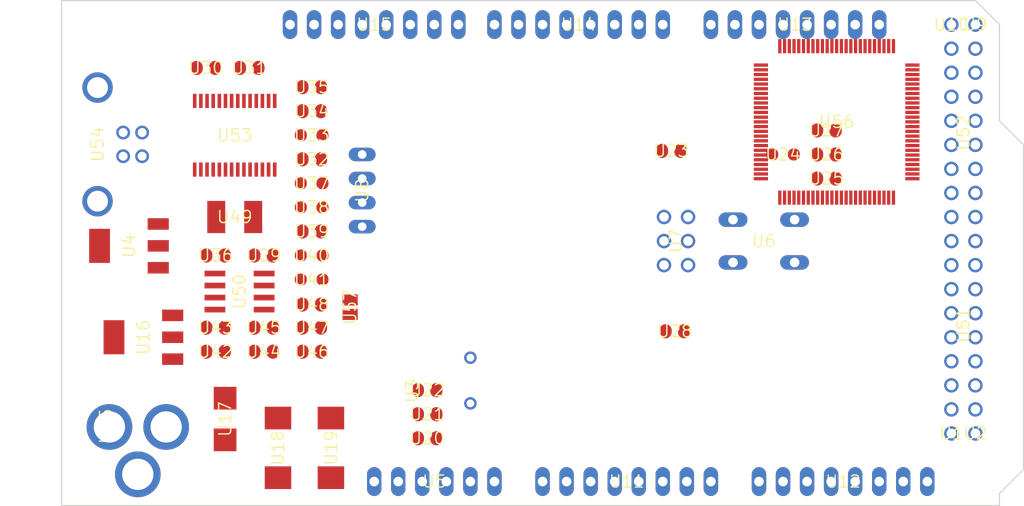
<source format=kicad_pcb>
(kicad_pcb (version 20221018) (generator pcbnew)
  (layers (0 "F.Cu" signal "Top") (31 "B.Cu" signal "Bottom") (34 "B.Paste" user) (35 "F.Paste" user) (36 "B.SilkS" user "B.Silkscreen") (37 "F.SilkS" user "F.Silkscreen") (38 "B.Mask" user) (39 "F.Mask" user) (44 "Edge.Cuts" user))
  (net 0 "")
  (net 1 "+5V")
  (net 2 "GND")
  (net 3 "N$6")
  (net 4 "N$7")
  (net 5 "AREF")
  (net 6 "RESET")
  (net 7 "VIN")
  (net 8 "N$3")
  (net 9 "PWRIN")
  (net 10 "M8RXD")
  (net 11 "M8TXD")
  (net 12 "ADC0")
  (net 13 "ADC2")
  (net 14 "ADC1")
  (net 15 "ADC3")
  (net 16 "ADC4")
  (net 17 "ADC5")
  (net 18 "ADC6")
  (net 19 "ADC7")
  (net 20 "+3V3")
  (net 21 "SDA")
  (net 22 "SCL")
  (net 23 "ADC9")
  (net 24 "ADC8")
  (net 25 "ADC10")
  (net 26 "ADC11")
  (net 27 "ADC12")
  (net 28 "ADC13")
  (net 29 "ADC14")
  (net 30 "ADC15")
  (net 31 "PB3")
  (net 32 "PB2")
  (net 33 "PB1")
  (net 34 "PB5")
  (net 35 "PB4")
  (net 36 "PE5")
  (net 37 "PE4")
  (net 38 "PE3")
  (net 39 "PE1")
  (net 40 "PE0")
  (net 41 "N$15")
  (net 42 "N$53")
  (net 43 "N$54")
  (net 44 "N$55")
  (net 45 "D-")
  (net 46 "D+")
  (net 47 "N$60")
  (net 48 "DTR")
  (net 49 "USBVCC")
  (net 50 "N$2")
  (net 51 "N$4")
  (net 52 "GATE_CMD")
  (net 53 "CMP")
  (net 54 "PB6")
  (net 55 "PH3")
  (net 56 "PH4")
  (net 57 "PH5")
  (net 58 "PH6")
  (net 59 "PG5")
  (net 60 "RXD1")
  (net 61 "TXD1")
  (net 62 "RXD2")
  (net 63 "RXD3")
  (net 64 "TXD2")
  (net 65 "TXD3")
  (net 66 "PC0")
  (net 67 "PC1")
  (net 68 "PC2")
  (net 69 "PC3")
  (net 70 "PC4")
  (net 71 "PC5")
  (net 72 "PC6")
  (net 73 "PC7")
  (net 74 "PB0")
  (net 75 "PG0")
  (net 76 "PG1")
  (net 77 "PG2")
  (net 78 "PD7")
  (net 79 "PA0")
  (net 80 "PA1")
  (net 81 "PA2")
  (net 82 "PA3")
  (net 83 "PA4")
  (net 84 "PA5")
  (net 85 "PA6")
  (net 86 "PA7")
  (net 87 "PL0")
  (net 88 "PL1")
  (net 89 "PL2")
  (net 90 "PL3")
  (net 91 "PL4")
  (net 92 "PL5")
  (net 93 "PL6")
  (net 94 "PL7")
  (net 95 "PB7")
  (net 96 "CTS")
  (net 97 "DSR")
  (net 98 "DCD")
  (net 99 "RI")
  (footprint "Arduino_MEGA_Reference_Design:2X03" (layer "F.Cu") (at 162.5981 103.7336 -90)
    (fp_text reference "U7")
    (fp_text value "")
  )
  (footprint "Arduino_MEGA_Reference_Design:1X08" (layer "F.Cu") (at 152.3111 80.8736 180)
    (fp_text reference "U14")
    (fp_text value "")
  )
  (footprint "Arduino_MEGA_Reference_Design:1X08" (layer "F.Cu") (at 130.7211 80.8736 180)
    (fp_text reference "U15")
    (fp_text value "")
  )
  (footprint "Arduino_MEGA_Reference_Design:SMC_D" (layer "F.Cu") (at 120.5611 125.5776 -90)
    (fp_text reference "U18")
    (fp_text value "")
  )
  (footprint "Arduino_MEGA_Reference_Design:SMC_D" (layer "F.Cu") (at 126.1491 125.5776 -90)
    (fp_text reference "U19")
    (fp_text value "")
  )
  (footprint "Arduino_MEGA_Reference_Design:B3F-10XX" (layer "F.Cu") (at 171.8691 103.7336 180)
    (fp_text reference "U6")
    (fp_text value "")
  )
  (footprint "Arduino_MEGA_Reference_Design:0805RND" (layer "F.Cu") (at 173.9011 94.5896 180)
    (fp_text reference "U24")
    (fp_text value "")
  )
  (footprint "Arduino_MEGA_Reference_Design:SMB" (layer "F.Cu") (at 114.9731 122.5296 -90)
    (fp_text reference "U17")
    (fp_text value "")
  )
  (footprint "Arduino_MEGA_Reference_Design:DC-21MM" (layer "F.Cu") (at 103.0351 123.2916 90)
    (fp_text reference "U55")
    (fp_text value "")
  )
  (footprint "Arduino_MEGA_Reference_Design:HC49_S" (layer "F.Cu") (at 140.8811 118.4656 90)
    (fp_text reference "U3")
    (fp_text value "")
  )
  (footprint "Arduino_MEGA_Reference_Design:SOT223" (layer "F.Cu") (at 106.3371 113.8936 90)
    (fp_text reference "U16")
    (fp_text value "")
  )
  (footprint "Arduino_MEGA_Reference_Design:1X06" (layer "F.Cu") (at 137.0711 129.1336)
    (fp_text reference "U5")
    (fp_text value "")
  )
  (footprint "Arduino_MEGA_Reference_Design:C0805RND" (layer "F.Cu") (at 124.1171 87.4776)
    (fp_text reference "U35")
    (fp_text value "")
  )
  (footprint "Arduino_MEGA_Reference_Design:C0805RND" (layer "F.Cu") (at 162.4711 113.2586)
    (fp_text reference "U28")
    (fp_text value "")
  )
  (footprint "Arduino_MEGA_Reference_Design:C0805RND" (layer "F.Cu") (at 136.3091 122.0216)
    (fp_text reference "U21")
    (fp_text value "")
  )
  (footprint "Arduino_MEGA_Reference_Design:C0805RND" (layer "F.Cu") (at 136.3091 119.4816)
    (fp_text reference "U22")
    (fp_text value "")
  )
  (footprint "Arduino_MEGA_Reference_Design:C0805RND" (layer "F.Cu") (at 113.9571 112.8776)
    (fp_text reference "U43")
    (fp_text value "")
  )
  (footprint "Arduino_MEGA_Reference_Design:RCL_0805RND" (layer "F.Cu") (at 124.1171 105.2576)
    (fp_text reference "U40")
    (fp_text value "")
  )
  (footprint "Arduino_MEGA_Reference_Design:RCL_0805RND" (layer "F.Cu") (at 124.1171 107.7976)
    (fp_text reference "U41")
    (fp_text value "")
  )
  (footprint "Arduino_MEGA_Reference_Design:1X08" (layer "F.Cu") (at 157.3911 129.1336)
    (fp_text reference "U11")
    (fp_text value "")
  )
  (footprint "Arduino_MEGA_Reference_Design:1X08" (layer "F.Cu") (at 175.1711 80.8736 180)
    (fp_text reference "U13")
    (fp_text value "")
  )
  (footprint "Arduino_MEGA_Reference_Design:R0805RND" (layer "F.Cu") (at 178.4731 94.5896 180)
    (fp_text reference "U26")
    (fp_text value "")
  )
  (footprint "Arduino_MEGA_Reference_Design:R0805RND" (layer "F.Cu") (at 178.4731 92.0496 180)
    (fp_text reference "U27")
    (fp_text value "")
  )
  (footprint "Arduino_MEGA_Reference_Design:TQFP100" (layer "F.Cu") (at 179.56314086914062 91.14759826660156 0)
    (fp_text reference "U56")
    (fp_text value "")
  )
  (footprint "Arduino_MEGA_Reference_Design:C0805RND" (layer "F.Cu") (at 162.0901 94.2086 180)
    (fp_text reference "U23")
    (fp_text value "")
  )
  (footprint "Arduino_MEGA_Reference_Design:C0805RND" (layer "F.Cu") (at 136.3091 124.5616)
    (fp_text reference "U20")
    (fp_text value "")
  )
  (footprint "Arduino_MEGA_Reference_Design:1X08" (layer "F.Cu") (at 180.2511 129.1336)
    (fp_text reference "U12")
    (fp_text value "")
  )
  (footprint "Arduino_MEGA_Reference_Design:R0805RND" (layer "F.Cu") (at 124.1171 112.8776)
    (fp_text reference "U47")
    (fp_text value "")
  )
  (footprint "Arduino_MEGA_Reference_Design:C0805RND" (layer "F.Cu") (at 124.1171 115.4176)
    (fp_text reference "U46")
    (fp_text value "")
  )
  (footprint "Arduino_MEGA_Reference_Design:C0805RND" (layer "F.Cu") (at 113.9571 105.2576)
    (fp_text reference "U36")
    (fp_text value "")
  )
  (footprint "Arduino_MEGA_Reference_Design:C0805RND" (layer "F.Cu") (at 112.9411 85.4456)
    (fp_text reference "U30")
    (fp_text value "")
  )
  (footprint "Arduino_MEGA_Reference_Design:0805RND" (layer "F.Cu") (at 124.1171 100.1776 180)
    (fp_text reference "U38")
    (fp_text value "")
  )
  (footprint "Arduino_MEGA_Reference_Design:0805RND" (layer "F.Cu") (at 124.1171 97.6376 180)
    (fp_text reference "U37")
    (fp_text value "")
  )
  (footprint "Arduino_MEGA_Reference_Design:R0805RND" (layer "F.Cu") (at 124.1171 95.0976)
    (fp_text reference "U32")
    (fp_text value "")
  )
  (footprint "Arduino_MEGA_Reference_Design:R0805RND" (layer "F.Cu") (at 124.1171 102.7176)
    (fp_text reference "U39")
    (fp_text value "")
  )
  (footprint "Arduino_MEGA_Reference_Design:SSOP28" (layer "F.Cu") (at 115.9891 92.5576)
    (fp_text reference "U53")
    (fp_text value "")
  )
  (footprint "Arduino_MEGA_Reference_Design:PN61729" (layer "F.Cu") (at 98.9584 93.5228 -90)
    (fp_text reference "U54")
    (fp_text value "")
  )
  (footprint "Arduino_MEGA_Reference_Design:L1812" (layer "F.Cu") (at 115.9891 101.1936)
    (fp_text reference "U49")
    (fp_text value "")
  )
  (footprint "Arduino_MEGA_Reference_Design:C0805RND" (layer "F.Cu") (at 117.5131 85.4456)
    (fp_text reference "U31")
    (fp_text value "")
  )
  (footprint "Arduino_MEGA_Reference_Design:0805RND" (layer "F.Cu") (at 124.1171 92.5576 180)
    (fp_text reference "U33")
    (fp_text value "")
  )
  (footprint "Arduino_MEGA_Reference_Design:R0805RND" (layer "F.Cu") (at 124.1171 90.0176 180)
    (fp_text reference "U34")
    (fp_text value "")
  )
  (footprint "Arduino_MEGA_Reference_Design:C0805RND" (layer "F.Cu") (at 124.1171 110.4392 180)
    (fp_text reference "U48")
    (fp_text value "")
  )
  (footprint "Arduino_MEGA_Reference_Design:SOT223" (layer "F.Cu") (at 104.8131 104.2416 90)
    (fp_text reference "U4")
    (fp_text value "")
  )
  (footprint "Arduino_MEGA_Reference_Design:SO08" (layer "F.Cu") (at 116.4971 109.0676 -90)
    (fp_text reference "U50")
    (fp_text value "")
  )
  (footprint "Arduino_MEGA_Reference_Design:R0805RND" (layer "F.Cu") (at 113.9571 115.4176 180)
    (fp_text reference "U42")
    (fp_text value "")
  )
  (footprint "Arduino_MEGA_Reference_Design:R0805RND" (layer "F.Cu") (at 119.0371 112.8776 180)
    (fp_text reference "U45")
    (fp_text value "")
  )
  (footprint "Arduino_MEGA_Reference_Design:C0805RND" (layer "F.Cu") (at 119.0371 115.4176 180)
    (fp_text reference "U44")
    (fp_text value "")
  )
  (footprint "Arduino_MEGA_Reference_Design:C0805RND" (layer "F.Cu") (at 119.0371 105.2576)
    (fp_text reference "U29")
    (fp_text value "")
  )
  (footprint "Arduino_MEGA_Reference_Design:2X08" (layer "F.Cu") (at 192.9511 92.3036 90)
    (fp_text reference "U52")
    (fp_text value "")
  )
  (footprint "Arduino_MEGA_Reference_Design:2X08" (layer "F.Cu") (at 192.9511 112.6236 90)
    (fp_text reference "U51")
    (fp_text value "")
  )
  (footprint "Arduino_MEGA_Reference_Design:R0805RND" (layer "F.Cu") (at 178.4731 97.1296 180)
    (fp_text reference "U25")
    (fp_text value "")
  )
  (footprint "Arduino_MEGA_Reference_Design:1X01" (layer "F.Cu") (at 191.6811 80.8736)
    (fp_text reference "U10")
    (fp_text value "")
  )
  (footprint "Arduino_MEGA_Reference_Design:1X01" (layer "F.Cu") (at 194.2211 80.8736)
    (fp_text reference "U9")
    (fp_text value "")
  )
  (footprint "Arduino_MEGA_Reference_Design:1X01" (layer "F.Cu") (at 191.6811 124.0536)
    (fp_text reference "U1")
    (fp_text value "")
  )
  (footprint "Arduino_MEGA_Reference_Design:1X01" (layer "F.Cu") (at 194.2211 124.0536)
    (fp_text reference "U2")
    (fp_text value "")
  )
  (footprint "Arduino_MEGA_Reference_Design:SJ" (layer "F.Cu") (at 128.1811 110.7186 -90)
    (fp_text reference "U57")
    (fp_text value "")
  )
  (footprint "Arduino_MEGA_Reference_Design:JP4" (layer "F.Cu") (at 129.4511 98.3996 -90)
    (fp_text reference "U8")
    (fp_text value "")
  )
  (gr_line (start 196.7611 80.8736) (end 196.7611 91.0336) (layer "Edge.Cuts") (width 0.12))
  (gr_line (start 196.7611 130.4036) (end 196.7611 131.6736) (layer "Edge.Cuts") (width 0.12))
  (gr_line (start 194.2211 78.3336) (end 196.7611 80.8736) (layer "Edge.Cuts") (width 0.12))
  (gr_line (start 97.7011 78.3336) (end 194.2211 78.3336) (layer "Edge.Cuts") (width 0.12))
  (gr_line (start 196.7611 91.0336) (end 199.3011 93.5736) (layer "Edge.Cuts") (width 0.12))
  (gr_line (start 97.7011 131.6736) (end 97.7011 78.3336) (layer "Edge.Cuts") (width 0.12))
  (gr_line (start 196.7611 131.6736) (end 97.7011 131.6736) (layer "Edge.Cuts") (width 0.12))
  (gr_line (start 199.3011 93.5736) (end 199.3011 127.8636) (layer "Edge.Cuts") (width 0.12))
  (gr_line (start 199.3011 127.8636) (end 196.7611 130.4036) (layer "Edge.Cuts") (width 0.12))
)
</source>
